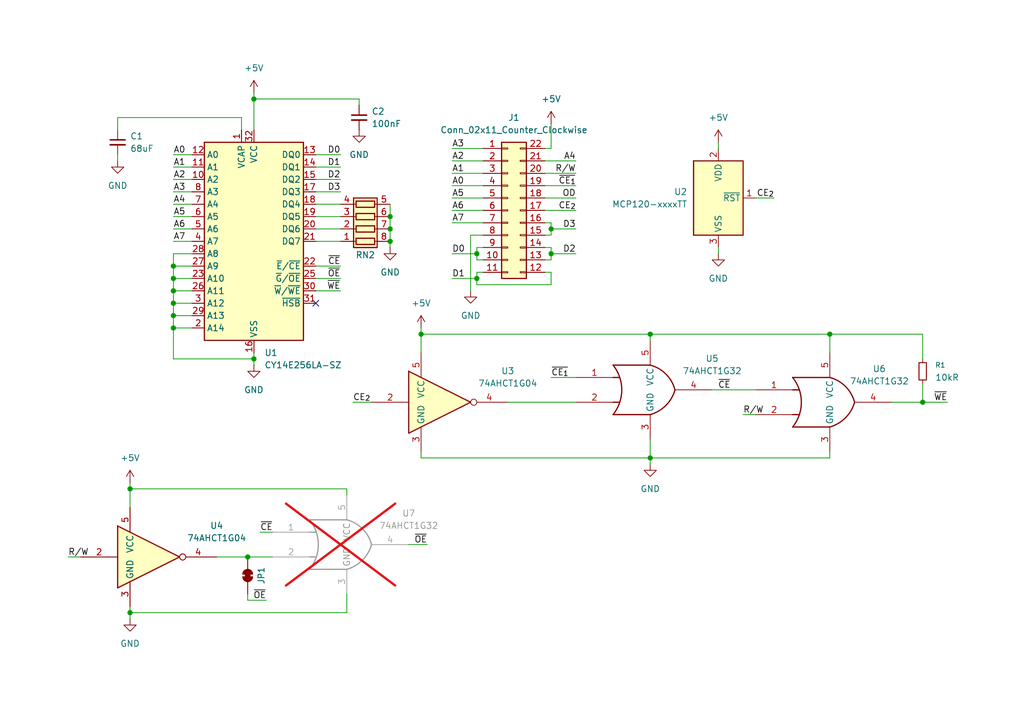
<source format=kicad_sch>
(kicad_sch (version 20250114) (generator "eeschema") (generator_version "9.0")
  (paper "A5")
  (lib_symbols
    (symbol "74xGxx:74AHCT1G04"
      (property "Reference" "U" (at -2.54 3.81 0))
      (property "Value" "74AHCT1G04" (at 0 -3.81 0))
      (symbol "74AHCT1G04_0_1"
        (polyline (pts (xy -7.62 6.35) (xy -7.62 -6.35) (xy 5.08 0) (xy -7.62 6.35)) (stroke (width 0.254)) (fill (type background)))
      )
      (symbol "74AHCT1G04_1_1"
        (pin input line (at -15.24 0 0) (length 7.62) (name "~") (number "2"))
        (pin power_in line (at -5.08 10.16 270) (length 5.08) (name "VCC") (number "5"))
        (pin power_in line (at -5.08 -10.16 90) (length 5.08) (name "GND") (number "3"))
        (pin output inverted (at 12.7 0 180) (length 7.62) (name "~") (number "4"))
      )
    )
    (symbol "74xGxx:74AHCT1G32"
      (property "Reference" "U" (at -2.54 3.81 0))
      (property "Value" "74AHCT1G32" (at 0 -3.81 0))
      (symbol "74AHCT1G32_0_1"
        (arc (start -7.62 5.08) (mid -5.838 0) (end -7.62 -5.08) (stroke (width 0.254)))
        (polyline (pts (xy -7.62 2.54) (xy -6.35 2.54)) (stroke (width 0.254)) (fill (type background)))
        (polyline (pts (xy -7.62 -2.54) (xy -6.35 -2.54)) (stroke (width 0.254)) (fill (type background)))
        (arc (start 5.08 0) (mid 3.202 -3.202) (end 0 -5.08) (stroke (width 0.254)))
        (arc (start 0 5.08) (mid 3.2271 3.2271) (end 5.08 0) (stroke (width 0.254)))
        (polyline (pts (xy 0 5.08) (xy -7.62 5.08)) (stroke (width 0.254)) (fill (type background)))
        (polyline (pts (xy 0 -5.08) (xy -7.62 -5.08)) (stroke (width 0.254)) (fill (type background)))
      )
      (symbol "74AHCT1G32_1_1"
        (pin input line (at -15.24 2.54 0) (length 7.62) (name "~") (number "1"))
        (pin input line (at -15.24 -2.54 0) (length 7.62) (name "~") (number "2"))
        (pin power_in line (at 0 10.16 270) (length 5.08) (name "VCC") (number "5"))
        (pin power_in line (at 0 -10.16 90) (length 5.08) (name "GND") (number "3"))
        (pin output line (at 12.7 0 180) (length 7.62) (name "~") (number "4"))
      )
    )
    (symbol "Connector_Generic:Conn_02x11_Counter_Clockwise" (pin_names (offset 1.016) (hide yes))
      (property "Reference" "J" (at 1.27 15.24 0))
      (property "Value" "Conn_02x11_Counter_Clockwise" (at 1.27 -15.24 0))
      (symbol "Conn_02x11_Counter_Clockwise_1_1"
        (rectangle (start -1.27 13.97) (end 3.81 -13.97) (stroke (width 0.254)) (fill (type background)))
        (rectangle (start -1.27 12.827) (end 0 12.573) (stroke (width 0.1524)))
        (rectangle (start -1.27 10.287) (end 0 10.033) (stroke (width 0.1524)))
        (rectangle (start -1.27 7.747) (end 0 7.493) (stroke (width 0.1524)))
        (rectangle (start -1.27 5.207) (end 0 4.953) (stroke (width 0.1524)))
        (rectangle (start -1.27 2.667) (end 0 2.413) (stroke (width 0.1524)))
        (rectangle (start -1.27 0.127) (end 0 -0.127) (stroke (width 0.1524)))
        (rectangle (start -1.27 -2.413) (end 0 -2.667) (stroke (width 0.1524)))
        (rectangle (start -1.27 -4.953) (end 0 -5.207) (stroke (width 0.1524)))
        (rectangle (start -1.27 -7.493) (end 0 -7.747) (stroke (width 0.1524)))
        (rectangle (start -1.27 -10.033) (end 0 -10.287) (stroke (width 0.1524)))
        (rectangle (start -1.27 -12.573) (end 0 -12.827) (stroke (width 0.1524)))
        (rectangle (start 3.81 12.827) (end 2.54 12.573) (stroke (width 0.1524)))
        (rectangle (start 3.81 10.287) (end 2.54 10.033) (stroke (width 0.1524)))
        (rectangle (start 3.81 7.747) (end 2.54 7.493) (stroke (width 0.1524)))
        (rectangle (start 3.81 5.207) (end 2.54 4.953) (stroke (width 0.1524)))
        (rectangle (start 3.81 2.667) (end 2.54 2.413) (stroke (width 0.1524)))
        (rectangle (start 3.81 0.127) (end 2.54 -0.127) (stroke (width 0.1524)))
        (rectangle (start 3.81 -2.413) (end 2.54 -2.667) (stroke (width 0.1524)))
        (rectangle (start 3.81 -4.953) (end 2.54 -5.207) (stroke (width 0.1524)))
        (rectangle (start 3.81 -7.493) (end 2.54 -7.747) (stroke (width 0.1524)))
        (rectangle (start 3.81 -10.033) (end 2.54 -10.287) (stroke (width 0.1524)))
        (rectangle (start 3.81 -12.573) (end 2.54 -12.827) (stroke (width 0.1524)))
        (pin passive line (at -5.08 12.7 0) (length 3.81) (name "Pin_1") (number "1"))
        (pin passive line (at -5.08 10.16 0) (length 3.81) (name "Pin_2") (number "2"))
        (pin passive line (at -5.08 7.62 0) (length 3.81) (name "Pin_3") (number "3"))
        (pin passive line (at -5.08 5.08 0) (length 3.81) (name "Pin_4") (number "4"))
        (pin passive line (at -5.08 2.54 0) (length 3.81) (name "Pin_5") (number "5"))
        (pin passive line (at -5.08 0 0) (length 3.81) (name "Pin_6") (number "6"))
        (pin passive line (at -5.08 -2.54 0) (length 3.81) (name "Pin_7") (number "7"))
        (pin passive line (at -5.08 -5.08 0) (length 3.81) (name "Pin_8") (number "8"))
        (pin passive line (at -5.08 -7.62 0) (length 3.81) (name "Pin_9") (number "9"))
        (pin passive line (at -5.08 -10.16 0) (length 3.81) (name "Pin_10") (number "10"))
        (pin passive line (at -5.08 -12.7 0) (length 3.81) (name "Pin_11") (number "11"))
        (pin passive line (at 7.62 12.7 180) (length 3.81) (name "Pin_22") (number "22"))
        (pin passive line (at 7.62 10.16 180) (length 3.81) (name "Pin_21") (number "21"))
        (pin passive line (at 7.62 7.62 180) (length 3.81) (name "Pin_20") (number "20"))
        (pin passive line (at 7.62 5.08 180) (length 3.81) (name "Pin_19") (number "19"))
        (pin passive line (at 7.62 2.54 180) (length 3.81) (name "Pin_18") (number "18"))
        (pin passive line (at 7.62 0 180) (length 3.81) (name "Pin_17") (number "17"))
        (pin passive line (at 7.62 -2.54 180) (length 3.81) (name "Pin_16") (number "16"))
        (pin passive line (at 7.62 -5.08 180) (length 3.81) (name "Pin_15") (number "15"))
        (pin passive line (at 7.62 -7.62 180) (length 3.81) (name "Pin_14") (number "14"))
        (pin passive line (at 7.62 -10.16 180) (length 3.81) (name "Pin_13") (number "13"))
        (pin passive line (at 7.62 -12.7 180) (length 3.81) (name "Pin_12") (number "12"))
      )
    )
    (symbol "Device:C_Small" (pin_numbers (hide yes)) (pin_names (offset 0.254) (hide yes))
      (property "Reference" "C" (at 0.254 1.778 0))
      (property "Value" "C_Small" (at 0.254 -2.032 0))
      (symbol "C_Small_0_1"
        (polyline (pts (xy -1.524 0.508) (xy 1.524 0.508)) (stroke (width 0.3048)))
        (polyline (pts (xy -1.524 -0.508) (xy 1.524 -0.508)) (stroke (width 0.3302)))
      )
      (symbol "C_Small_1_1"
        (pin passive line (at 0 2.54 270) (length 2.032) (name "~") (number "1"))
        (pin passive line (at 0 -2.54 90) (length 2.032) (name "~") (number "2"))
      )
    )
    (symbol "Device:R_Small" (pin_numbers (hide yes)) (pin_names (offset 0.254) (hide yes))
      (property "Reference" "R" (at 0 0 90))
      (property "Value" "R_Small" (at 1.778 0 90))
      (symbol "R_Small_0_1"
        (rectangle (start -0.762 1.778) (end 0.762 -1.778) (stroke (width 0.2032)))
      )
      (symbol "R_Small_1_1"
        (pin passive line (at 0 2.54 270) (length 0.762) (name "~") (number "1"))
        (pin passive line (at 0 -2.54 90) (length 0.762) (name "~") (number "2"))
      )
    )
    (symbol "Jumper:SolderJumper_2_Bridged" (pin_numbers (hide yes)) (pin_names (offset 0) (hide yes)) (in_bom no)
      (property "Reference" "JP" (at 0 2.032 0))
      (property "Value" "SolderJumper_2_Bridged" (at 0 -2.54 0))
      (symbol "SolderJumper_2_Bridged_0_1"
        (rectangle (start -0.508 0.508) (end 0.508 -0.508) (fill (type outline)))
        (polyline (pts (xy -0.254 1.016) (xy -0.254 -1.016)))
        (arc (start -0.254 -1.016) (mid -1.2656 0) (end -0.254 1.016))
        (arc (start -0.254 -1.016) (mid -1.2656 0) (end -0.254 1.016) (fill (type outline)))
        (arc (start 0.254 1.016) (mid 1.2656 0) (end 0.254 -1.016))
        (arc (start 0.254 1.016) (mid 1.2656 0) (end 0.254 -1.016) (fill (type outline)))
        (polyline (pts (xy 0.254 1.016) (xy 0.254 -1.016)))
      )
      (symbol "SolderJumper_2_Bridged_1_1"
        (pin passive line (at -3.81 0 0) (length 2.54) (name "A") (number "1"))
        (pin passive line (at 3.81 0 180) (length 2.54) (name "B") (number "2"))
      )
    )
    (symbol "Memory_NVRAM:CY14E256LA-SZ"
      (property "Reference" "U" (at -10.16 20.955 0))
      (property "Value" "CY14E256LA-SZ" (at 2.54 20.955 0))
      (symbol "CY14E256LA-SZ_0_0"
        (pin power_in line (at 0 22.86 270) (length 2.54) (name "VCC") (number "32"))
        (pin power_in line (at 0 -22.86 90) (length 2.54) (name "VSS") (number "16"))
      )
      (symbol "CY14E256LA-SZ_0_1"
        (rectangle (start -10.16 20.32) (end 10.16 -20.32) (stroke (width 0.254)) (fill (type background)))
      )
      (symbol "CY14E256LA-SZ_1_1"
        (pin input line (at -12.7 17.78 0) (length 2.54) (name "A0") (number "12"))
        (pin input line (at -12.7 15.24 0) (length 2.54) (name "A1") (number "11"))
        (pin input line (at -12.7 12.7 0) (length 2.54) (name "A2") (number "10"))
        (pin input line (at -12.7 10.16 0) (length 2.54) (name "A3") (number "8"))
        (pin input line (at -12.7 7.62 0) (length 2.54) (name "A4") (number "7"))
        (pin input line (at -12.7 5.08 0) (length 2.54) (name "A5") (number "6"))
        (pin input line (at -12.7 2.54 0) (length 2.54) (name "A6") (number "5"))
        (pin input line (at -12.7 0 0) (length 2.54) (name "A7") (number "4"))
        (pin input line (at -12.7 -2.54 0) (length 2.54) (name "A8") (number "28"))
        (pin input line (at -12.7 -5.08 0) (length 2.54) (name "A9") (number "27"))
        (pin input line (at -12.7 -7.62 0) (length 2.54) (name "A10") (number "23"))
        (pin input line (at -12.7 -10.16 0) (length 2.54) (name "A11") (number "26"))
        (pin input line (at -12.7 -12.7 0) (length 2.54) (name "A12") (number "3"))
        (pin input line (at -12.7 -15.24 0) (length 2.54) (name "A13") (number "29"))
        (pin input line (at -12.7 -17.78 0) (length 2.54) (name "A14") (number "2"))
        (pin power_in line (at -2.54 22.86 270) (length 2.54) (name "VCAP") (number "1"))
        (pin no_connect line (at 10.16 -15.24 180) (length 2.54) (hide yes) (name "NC") (number "9"))
        (pin no_connect line (at 10.16 -17.78 180) (length 2.54) (hide yes) (name "NC") (number "24"))
        (pin tri_state line (at 12.7 17.78 180) (length 2.54) (name "DQ0") (number "13"))
        (pin tri_state line (at 12.7 15.24 180) (length 2.54) (name "DQ1") (number "14"))
        (pin tri_state line (at 12.7 12.7 180) (length 2.54) (name "DQ2") (number "15"))
        (pin tri_state line (at 12.7 10.16 180) (length 2.54) (name "DQ3") (number "17"))
        (pin tri_state line (at 12.7 7.62 180) (length 2.54) (name "DQ4") (number "18"))
        (pin tri_state line (at 12.7 5.08 180) (length 2.54) (name "DQ5") (number "19"))
        (pin tri_state line (at 12.7 2.54 180) (length 2.54) (name "DQ6") (number "20"))
        (pin tri_state line (at 12.7 0 180) (length 2.54) (name "DQ7") (number "21"))
        (pin input line (at 12.7 -5.08 180) (length 2.54) (name "~{E}/~{CE}") (number "22"))
        (pin input line (at 12.7 -7.62 180) (length 2.54) (name "~{G}/~{OE}") (number "25"))
        (pin input line (at 12.7 -10.16 180) (length 2.54) (name "~{W}/~{WE}") (number "30"))
        (pin bidirectional line (at 12.7 -12.7 180) (length 2.54) (name "~{HSB}") (number "31"))
      )
    )
    (symbol "PCM_Resistor_AKL:R_4x0603_Convex" (pin_names (offset 0.002) (hide yes))
      (property "Reference" "RN" (at 5.08 1.27 0))
      (property "Value" "R_4x0603_Convex" (at 5.08 -1.27 0))
      (symbol "R_4x0603_Convex_0_1"
        (rectangle (start -6.35 -2.413) (end 3.81 2.413) (stroke (width 0.254)) (fill (type background)))
        (rectangle (start -5.715 1.905) (end -4.445 -1.905) (stroke (width 0.254)))
        (polyline (pts (xy -5.08 1.905) (xy -5.08 2.54)))
        (polyline (pts (xy -5.08 -2.54) (xy -5.08 -1.905)))
        (rectangle (start -3.175 1.905) (end -1.905 -1.905) (stroke (width 0.254)))
        (polyline (pts (xy -2.54 1.905) (xy -2.54 2.54)))
        (polyline (pts (xy -2.54 -2.54) (xy -2.54 -1.905)))
        (rectangle (start -0.635 1.905) (end 0.635 -1.905) (stroke (width 0.254)))
        (polyline (pts (xy 0 1.905) (xy 0 2.54)))
        (polyline (pts (xy 0 -2.54) (xy 0 -1.905)))
        (rectangle (start 1.905 1.905) (end 3.175 -1.905) (stroke (width 0.254)))
        (polyline (pts (xy 2.54 1.905) (xy 2.54 2.54)))
        (polyline (pts (xy 2.54 -2.54) (xy 2.54 -1.905)))
      )
      (symbol "R_4x0603_Convex_1_1"
        (pin passive line (at -5.08 5.08 270) (length 2.54) (name "R1.2") (number "8"))
        (pin passive line (at -5.08 -5.08 90) (length 2.54) (name "R1.1") (number "1"))
        (pin passive line (at -2.54 5.08 270) (length 2.54) (name "R2.2") (number "7"))
        (pin passive line (at -2.54 -5.08 90) (length 2.54) (name "R2.1") (number "2"))
        (pin passive line (at 0 5.08 270) (length 2.54) (name "R3.2") (number "6"))
        (pin passive line (at 0 -5.08 90) (length 2.54) (name "R3.1") (number "3"))
        (pin passive line (at 2.54 5.08 270) (length 2.54) (name "R4.2") (number "5"))
        (pin passive line (at 2.54 -5.08 90) (length 2.54) (name "R4.1") (number "4"))
      )
    )
    (symbol "Power_Supervisor:MCP120-xxxxTT"
      (property "Reference" "U" (at -5.08 8.89 0))
      (property "Value" "MCP120-xxxxTT" (at 8.89 8.89 0))
      (symbol "MCP120-xxxxTT_0_1"
        (rectangle (start 5.08 7.62) (end -5.08 -7.62) (stroke (width 0.254)) (fill (type background)))
      )
      (symbol "MCP120-xxxxTT_1_1"
        (pin power_in line (at 0 10.16 270) (length 2.54) (name "VDD") (number "2"))
        (pin power_in line (at 0 -10.16 90) (length 2.54) (name "VSS") (number "3"))
        (pin open_collector line (at 7.62 0 180) (length 2.54) (name "~{RST}") (number "1"))
      )
    )
    (symbol "power:+5V" (power) (pin_numbers (hide yes)) (pin_names (offset 0) (hide yes))
      (property "Value" "+5V" (at 0 3.556 0))
      (symbol "+5V_0_1"
        (polyline (pts (xy -0.762 1.27) (xy 0 2.54)))
        (polyline (pts (xy 0 2.54) (xy 0.762 1.27)))
        (polyline (pts (xy 0 0) (xy 0 2.54)))
      )
      (symbol "+5V_1_1"
        (pin power_in line (at 0 0 90) (length 0) (name "~") (number "1"))
      )
    )
    (symbol "power:GND" (power) (pin_numbers (hide yes)) (pin_names (offset 0) (hide yes))
      (property "Value" "GND" (at 0 -3.81 0))
      (symbol "GND_0_1"
        (polyline (pts (xy 0 0) (xy 0 -1.27) (xy 1.27 -1.27) (xy 0 -2.54) (xy -1.27 -1.27) (xy 0 -1.27)))
      )
      (symbol "GND_1_1"
        (pin power_in line (at 0 0 270) (length 0) (name "~") (number "1"))
      )
    )
  )
  (junction (at 97.79 52.07))
  (junction (at 97.79 57.15))
  (junction (at 50.8 114.3))
  (junction (at 26.67 125.73))
  (junction (at 113.03 52.07))
  (junction (at 80.01 44.45))
  (junction (at 35.56 54.61))
  (junction (at 133.35 68.58))
  (junction (at 35.56 67.31))
  (junction (at 170.18 68.58))
  (junction (at 52.07 73.66))
  (junction (at 133.35 93.98))
  (junction (at 113.03 46.99))
  (junction (at 35.56 62.23))
  (junction (at 35.56 59.69))
  (junction (at 86.36 68.58))
  (junction (at 189.23 82.55))
  (junction (at 35.56 57.15))
  (junction (at 35.56 64.77))
  (junction (at 26.67 100.33))
  (junction (at 80.01 46.99))
  (junction (at 80.01 49.53))
  (junction (at 52.07 20.32))
  (no_connect (at 64.77 62.23))
  (wire (pts (xy 147.32 52.07) (xy 147.32 50.8)))
  (wire (pts (xy 92.71 38.1) (xy 99.06 38.1)))
  (wire (pts (xy 99.06 50.8) (xy 97.79 50.8)))
  (wire (pts (xy 113.03 58.42) (xy 113.03 55.88)))
  (wire (pts (xy 113.03 53.34) (xy 111.76 53.34)))
  (wire (pts (xy 92.71 30.48) (xy 99.06 30.48)))
  (wire (pts (xy 113.03 50.8) (xy 113.03 52.07)))
  (wire (pts (xy 133.35 68.58) (xy 170.18 68.58)))
  (wire (pts (xy 35.56 34.29) (xy 39.37 34.29)))
  (wire (pts (xy 64.77 57.15) (xy 69.85 57.15)))
  (wire (pts (xy 111.76 35.56) (xy 118.11 35.56)))
  (wire (pts (xy 154.94 40.64) (xy 158.75 40.64)))
  (wire (pts (xy 50.8 123.19) (xy 54.61 123.19)))
  (wire (pts (xy 35.56 67.31) (xy 35.56 73.66)))
  (wire (pts (xy 26.67 100.33) (xy 26.67 104.14)))
  (wire (pts (xy 80.01 46.99) (xy 80.01 49.53)))
  (wire (pts (xy 35.56 64.77) (xy 35.56 67.31)))
  (wire (pts (xy 189.23 78.74) (xy 189.23 82.55)))
  (wire (pts (xy 71.12 125.73) (xy 71.12 121.92)))
  (wire (pts (xy 35.56 46.99) (xy 39.37 46.99)))
  (wire (pts (xy 64.77 34.29) (xy 69.85 34.29)))
  (wire (pts (xy 86.36 92.71) (xy 86.36 93.98)))
  (wire (pts (xy 83.82 111.76) (xy 87.63 111.76)))
  (wire (pts (xy 35.56 49.53) (xy 39.37 49.53)))
  (wire (pts (xy 133.35 93.98) (xy 86.36 93.98)))
  (wire (pts (xy 52.07 20.32) (xy 52.07 26.67)))
  (wire (pts (xy 69.85 46.99) (xy 64.77 46.99)))
  (wire (pts (xy 111.76 43.18) (xy 118.11 43.18)))
  (wire (pts (xy 86.36 68.58) (xy 86.36 72.39)))
  (wire (pts (xy 111.76 30.48) (xy 113.03 30.48)))
  (wire (pts (xy 72.39 82.55) (xy 76.2 82.55)))
  (wire (pts (xy 13.97 114.3) (xy 16.51 114.3)))
  (wire (pts (xy 92.71 45.72) (xy 99.06 45.72)))
  (wire (pts (xy 97.79 52.07) (xy 97.79 53.34)))
  (wire (pts (xy 182.88 82.55) (xy 189.23 82.55)))
  (wire (pts (xy 53.34 109.22) (xy 55.88 109.22)))
  (wire (pts (xy 44.45 114.3) (xy 50.8 114.3)))
  (wire (pts (xy 170.18 93.98) (xy 170.18 92.71)))
  (wire (pts (xy 64.77 54.61) (xy 69.85 54.61)))
  (wire (pts (xy 35.56 52.07) (xy 35.56 54.61)))
  (wire (pts (xy 113.03 45.72) (xy 111.76 45.72)))
  (wire (pts (xy 96.52 48.26) (xy 96.52 59.69)))
  (wire (pts (xy 133.35 93.98) (xy 133.35 95.25)))
  (wire (pts (xy 189.23 68.58) (xy 189.23 73.66)))
  (wire (pts (xy 113.03 45.72) (xy 113.03 46.99)))
  (wire (pts (xy 26.67 125.73) (xy 71.12 125.73)))
  (wire (pts (xy 97.79 53.34) (xy 99.06 53.34)))
  (wire (pts (xy 52.07 74.93) (xy 52.07 73.66)))
  (wire (pts (xy 99.06 48.26) (xy 96.52 48.26)))
  (wire (pts (xy 97.79 50.8) (xy 97.79 52.07)))
  (wire (pts (xy 80.01 41.91) (xy 80.01 44.45)))
  (wire (pts (xy 118.11 46.99) (xy 113.03 46.99)))
  (wire (pts (xy 133.35 68.58) (xy 133.35 69.85)))
  (wire (pts (xy 26.67 127) (xy 26.67 125.73)))
  (wire (pts (xy 64.77 59.69) (xy 69.85 59.69)))
  (wire (pts (xy 152.4 85.09) (xy 154.94 85.09)))
  (wire (pts (xy 35.56 41.91) (xy 39.37 41.91)))
  (wire (pts (xy 35.56 54.61) (xy 35.56 57.15)))
  (wire (pts (xy 170.18 68.58) (xy 189.23 68.58)))
  (wire (pts (xy 86.36 67.31) (xy 86.36 68.58)))
  (wire (pts (xy 69.85 44.45) (xy 64.77 44.45)))
  (wire (pts (xy 35.56 64.77) (xy 39.37 64.77)))
  (wire (pts (xy 52.07 20.32) (xy 73.66 20.32)))
  (wire (pts (xy 52.07 19.05) (xy 52.07 20.32)))
  (wire (pts (xy 92.71 52.07) (xy 97.79 52.07)))
  (wire (pts (xy 49.53 24.13) (xy 24.13 24.13)))
  (wire (pts (xy 92.71 57.15) (xy 97.79 57.15)))
  (wire (pts (xy 69.85 41.91) (xy 64.77 41.91)))
  (wire (pts (xy 133.35 90.17) (xy 133.35 93.98)))
  (wire (pts (xy 92.71 33.02) (xy 99.06 33.02)))
  (wire (pts (xy 92.71 43.18) (xy 99.06 43.18)))
  (wire (pts (xy 113.03 48.26) (xy 111.76 48.26)))
  (wire (pts (xy 113.03 30.48) (xy 113.03 25.4)))
  (wire (pts (xy 35.56 31.75) (xy 39.37 31.75)))
  (wire (pts (xy 52.07 73.66) (xy 52.07 72.39)))
  (wire (pts (xy 24.13 24.13) (xy 24.13 26.67)))
  (wire (pts (xy 64.77 31.75) (xy 69.85 31.75)))
  (wire (pts (xy 35.56 73.66) (xy 52.07 73.66)))
  (wire (pts (xy 49.53 26.67) (xy 49.53 24.13)))
  (wire (pts (xy 73.66 20.32) (xy 73.66 21.59)))
  (wire (pts (xy 26.67 99.06) (xy 26.67 100.33)))
  (wire (pts (xy 35.56 57.15) (xy 39.37 57.15)))
  (wire (pts (xy 113.03 46.99) (xy 113.03 48.26)))
  (wire (pts (xy 113.03 77.47) (xy 118.11 77.47)))
  (wire (pts (xy 71.12 100.33) (xy 71.12 101.6)))
  (wire (pts (xy 39.37 52.07) (xy 35.56 52.07)))
  (wire (pts (xy 92.71 35.56) (xy 99.06 35.56)))
  (wire (pts (xy 189.23 82.55) (xy 194.31 82.55)))
  (wire (pts (xy 35.56 44.45) (xy 39.37 44.45)))
  (wire (pts (xy 35.56 59.69) (xy 39.37 59.69)))
  (wire (pts (xy 35.56 54.61) (xy 39.37 54.61)))
  (wire (pts (xy 170.18 68.58) (xy 170.18 72.39)))
  (wire (pts (xy 26.67 100.33) (xy 71.12 100.33)))
  (wire (pts (xy 111.76 50.8) (xy 113.03 50.8)))
  (wire (pts (xy 146.05 80.01) (xy 154.94 80.01)))
  (wire (pts (xy 35.56 62.23) (xy 35.56 64.77)))
  (wire (pts (xy 111.76 33.02) (xy 118.11 33.02)))
  (wire (pts (xy 35.56 62.23) (xy 39.37 62.23)))
  (wire (pts (xy 97.79 58.42) (xy 113.03 58.42)))
  (wire (pts (xy 50.8 121.92) (xy 50.8 123.19)))
  (wire (pts (xy 113.03 52.07) (xy 113.03 53.34)))
  (wire (pts (xy 35.56 39.37) (xy 39.37 39.37)))
  (wire (pts (xy 99.06 55.88) (xy 97.79 55.88)))
  (wire (pts (xy 86.36 68.58) (xy 133.35 68.58)))
  (wire (pts (xy 97.79 55.88) (xy 97.79 57.15)))
  (wire (pts (xy 97.79 57.15) (xy 97.79 58.42)))
  (wire (pts (xy 24.13 31.75) (xy 24.13 33.02)))
  (wire (pts (xy 111.76 40.64) (xy 118.11 40.64)))
  (wire (pts (xy 92.71 40.64) (xy 99.06 40.64)))
  (wire (pts (xy 35.56 36.83) (xy 39.37 36.83)))
  (wire (pts (xy 80.01 49.53) (xy 80.01 50.8)))
  (wire (pts (xy 113.03 55.88) (xy 111.76 55.88)))
  (wire (pts (xy 69.85 49.53) (xy 64.77 49.53)))
  (wire (pts (xy 147.32 29.21) (xy 147.32 30.48)))
  (wire (pts (xy 35.56 57.15) (xy 35.56 59.69)))
  (wire (pts (xy 64.77 36.83) (xy 69.85 36.83)))
  (wire (pts (xy 104.14 82.55) (xy 118.11 82.55)))
  (wire (pts (xy 26.67 125.73) (xy 26.67 124.46)))
  (wire (pts (xy 35.56 59.69) (xy 35.56 62.23)))
  (wire (pts (xy 133.35 93.98) (xy 170.18 93.98)))
  (wire (pts (xy 64.77 39.37) (xy 69.85 39.37)))
  (wire (pts (xy 35.56 67.31) (xy 39.37 67.31)))
  (wire (pts (xy 80.01 44.45) (xy 80.01 46.99)))
  (wire (pts (xy 111.76 38.1) (xy 118.11 38.1)))
  (wire (pts (xy 118.11 52.07) (xy 113.03 52.07)))
  (wire (pts (xy 50.8 114.3) (xy 55.88 114.3)))
  (label "~{OE}" (at 87.63 111.76 180))
  (label "D3" (at 69.85 39.37 180))
  (label "D3" (at 118.11 46.99 180))
  (label "A7" (at 35.56 49.53 0))
  (label "A4" (at 118.11 33.02 180))
  (label "A2" (at 35.56 36.83 0))
  (label "D2" (at 69.85 36.83 180))
  (label "A6" (at 35.56 46.99 0))
  (label "A3" (at 35.56 39.37 0))
  (label "R/W" (at 13.97 114.3 0))
  (label "D0" (at 69.85 31.75 180))
  (label "CE_{2}" (at 72.39 82.55 0))
  (label "A0" (at 92.71 38.1 0))
  (label "R/W" (at 152.4 85.09 0))
  (label "A7" (at 92.71 45.72 0))
  (label "CE_{2}" (at 118.11 43.18 180))
  (label "~{CE_{1}}" (at 113.03 77.47 0))
  (label "~{CE}" (at 69.85 54.61 180))
  (label "~{CE}" (at 53.34 109.22 0))
  (label "A5" (at 35.56 44.45 0))
  (label "D1" (at 92.71 57.15 0))
  (label "OD" (at 118.11 40.64 180))
  (label "A4" (at 35.56 41.91 0))
  (label "R/W" (at 118.11 35.56 180))
  (label "~{WE}" (at 194.31 82.55 180))
  (label "~{WE}" (at 69.85 59.69 180))
  (label "A5" (at 92.71 40.64 0))
  (label "~{OE}" (at 69.85 57.15 180))
  (label "A6" (at 92.71 43.18 0))
  (label "A3" (at 92.71 30.48 0))
  (label "~{CE}" (at 149.86 80.01 180))
  (label "A2" (at 92.71 33.02 0))
  (label "D2" (at 118.11 52.07 180))
  (label "A0" (at 35.56 31.75 0))
  (label "~{OE}" (at 54.61 123.19 180))
  (label "~{CE_{1}}" (at 118.11 38.1 180))
  (label "D1" (at 69.85 34.29 180))
  (label "CE_{2}" (at 158.75 40.64 180))
  (label "A1" (at 92.71 35.56 0))
  (label "A1" (at 35.56 34.29 0))
  (label "D0" (at 92.71 52.07 0))
  (symbol (lib_id "power:+5V") (at 26.67 99.06 0) (unit 1)
    (property "Reference" "#PWR09" (effects (hide yes)))
    (property "Value" "+5V" (at 26.67 93.98 0))
    (property "Description" "Power symbol creates a global label with name \"+5V\"" (effects (hide yes)))
  )
  (symbol (lib_id "power:GND") (at 133.35 95.25 0) (unit 1)
    (property "Reference" "#PWR07" (effects (hide yes)))
    (property "Value" "GND" (at 133.35 100.33 0))
    (property "Description" "Power symbol creates a global label with name \"GND\" , ground" (effects (hide yes)))
  )
  (symbol (lib_id "power:GND") (at 147.32 52.07 0) (unit 1)
    (property "Reference" "#PWR05" (effects (hide yes)))
    (property "Value" "GND" (at 147.32 57.15 0))
    (property "Description" "Power symbol creates a global label with name \"GND\" , ground" (effects (hide yes)))
  )
  (symbol (lib_id "Power_Supervisor:MCP120-xxxxTT") (at 147.32 40.64 0) (unit 1)
    (property "Reference" "U2" (at 140.97 39.3699 0) (effects (justify right)))
    (property "Value" "MCP120-xxxxTT" (at 140.97 41.9099 0) (effects (justify right)))
    (property "Footprint" "Package_TO_SOT_SMD:SOT-23" (effects (hide yes)))
    (property "Datasheet" "http://ww1.microchip.com/downloads/en/DeviceDoc/11184d.pdf" (effects (hide yes)))
    (property "Description" "Microcontroller supervisory circuit, SOT-23" (effects (hide yes)))
  )
  (symbol (lib_id "power:GND") (at 73.66 26.67 0) (unit 1)
    (property "Reference" "#PWR04" (effects (hide yes)))
    (property "Value" "GND" (at 73.66 31.75 0))
    (property "Description" "Power symbol creates a global label with name \"GND\" , ground" (effects (hide yes)))
  )
  (symbol (lib_id "74xGxx:74AHCT1G32") (at 170.18 82.55 0) (unit 1)
    (property "Reference" "U6" (at 180.34 75.692 0))
    (property "Value" "74AHCT1G32" (at 180.34 78.232 0))
    (property "Footprint" "Package_TO_SOT_SMD:SOT-23-5" (effects (hide yes)))
    (property "Datasheet" "http://www.ti.com/lit/sg/scyt129e/scyt129e.pdf" (effects (hide yes)))
    (property "Description" "Single OR Gate, Low-Voltage CMOS" (effects (hide yes)))
  )
  (symbol (lib_id "Jumper:SolderJumper_2_Bridged") (at 50.8 118.11 270) (unit 1) (in_bom no)
    (property "Reference" "JP1" (at 53.594 118.11 0))
    (property "Value" "OE_JMP" (effects (hide yes)))
    (property "Footprint" "Jumper:SolderJumper-2_P1.3mm_Bridged_RoundedPad1.0x1.5mm" (effects (hide yes)))
    (property "Description" "Solder Jumper, 2-pole, closed/bridged" (effects (hide yes)))
  )
  (symbol (lib_id "power:+5V") (at 113.03 25.4 0) (unit 1)
    (property "Reference" "#PWR013" (effects (hide yes)))
    (property "Value" "+5V" (at 113.03 20.32 0))
    (property "Description" "Power symbol creates a global label with name \"+5V\"" (effects (hide yes)))
  )
  (symbol (lib_id "power:+5V") (at 86.36 67.31 0) (unit 1)
    (property "Reference" "#PWR08" (effects (hide yes)))
    (property "Value" "+5V" (at 86.36 62.23 0))
    (property "Description" "Power symbol creates a global label with name \"+5V\"" (effects (hide yes)))
  )
  (symbol (lib_id "power:GND") (at 96.52 59.69 0) (unit 1)
    (property "Reference" "#PWR012" (effects (hide yes)))
    (property "Value" "GND" (at 96.52 64.77 0))
    (property "Description" "Power symbol creates a global label with name \"GND\" , ground" (effects (hide yes)))
  )
  (symbol (lib_id "Device:R_Small") (at 189.23 76.2 0) (unit 1)
    (property "Reference" "R1" (at 191.77 74.9299 0) (effects (font (size 1.016 1.016)) (justify left)))
    (property "Value" "10kR" (at 191.77 77.4699 0) (effects (justify left)))
    (property "Footprint" "Resistor_SMD:R_0402_1005Metric" (effects (hide yes)))
    (property "Description" "Resistor, small symbol" (effects (hide yes)))
  )
  (symbol (lib_id "power:GND") (at 80.01 50.8 0) (unit 1)
    (property "Reference" "#PWR06" (effects (hide yes)))
    (property "Value" "GND" (at 80.01 55.88 0))
    (property "Description" "Power symbol creates a global label with name \"GND\" , ground" (effects (hide yes)))
  )
  (symbol (lib_id "74xGxx:74AHCT1G32") (at 133.35 80.01 0) (unit 1)
    (property "Reference" "U5" (at 146.05 73.5898 0))
    (property "Value" "74AHCT1G32" (at 146.05 76.1298 0))
    (property "Footprint" "Package_TO_SOT_SMD:SOT-23-5" (effects (hide yes)))
    (property "Datasheet" "http://www.ti.com/lit/sg/scyt129e/scyt129e.pdf" (effects (hide yes)))
    (property "Description" "Single OR Gate, Low-Voltage CMOS" (effects (hide yes)))
  )
  (symbol (lib_id "Memory_NVRAM:CY14E256LA-SZ") (at 52.07 49.53 0) (unit 1)
    (property "Reference" "U1" (at 54.2133 72.39 0) (effects (justify left)))
    (property "Value" "CY14E256LA-SZ" (at 54.2133 74.93 0) (effects (justify left)))
    (property "Footprint" "Package_SO:SOIC-32_7.518x20.777mm_P1.27mm" (effects (hide yes)))
    (property "Datasheet" "https://www.infineon.com/dgdl/Infineon-CY14E256LA_256-Kbit_(32_K_8)_nvSRAM-DataSheet-v12_00-EN.pdf?fileId=8ac78c8c7d0d8da4017d0ebf920b33f5" (effects (hide yes)))
    (property "Description" "256-Kbit (32K x 8-bit) nvSRAM, single 5V +/-10% operation, 25/45ns, SOIC-32" (effects (hide yes)))
  )
  (symbol (lib_id "power:GND") (at 52.07 74.93 0) (unit 1)
    (property "Reference" "#PWR01" (effects (hide yes)))
    (property "Value" "GND" (at 52.07 80.01 0))
    (property "Description" "Power symbol creates a global label with name \"GND\" , ground" (effects (hide yes)))
  )
  (symbol (lib_id "PCM_Resistor_AKL:R_4x0603_Convex") (at 74.93 44.45 270) (mirror x) (unit 1)
    (property "Reference" "RN2" (at 74.93 52.324 90))
    (property "Value" "R_4x0603_Convex" (effects (hide yes)))
    (property "Footprint" "PCM_Resistor_SMD_AKL:R_Array_Convex_4x0603" (effects (hide yes)))
    (property "Description" "4x0603 SMD Resistor Network, Isolated, European Symbol, Alternate KiCad Library" (effects (hide yes)))
  )
  (symbol (lib_id "Connector_Generic:Conn_02x11_Counter_Clockwise") (at 104.14 43.18 0) (unit 1)
    (property "Reference" "J1" (at 105.41 24.13 0))
    (property "Value" "Conn_02x11_Counter_Clockwise" (at 105.41 26.67 0))
    (property "Footprint" "Package_DIP:DIP-22_W7.62mm_Socket" (effects (hide yes)))
    (property "Description" "Generic connector, double row, 02x11, counter clockwise pin numbering scheme (similar to DIP package numbering), script generated (kicad-library-utils/schlib/autogen/connector/)" (effects (hide yes)))
  )
  (symbol (lib_id "power:GND") (at 24.13 33.02 0) (unit 1)
    (property "Reference" "#PWR02" (effects (hide yes)))
    (property "Value" "GND" (at 24.13 38.1 0))
    (property "Description" "Power symbol creates a global label with name \"GND\" , ground" (effects (hide yes)))
  )
  (symbol (lib_id "74xGxx:74AHCT1G04") (at 91.44 82.55 0) (unit 1)
    (property "Reference" "U3" (at 104.14 76.1298 0))
    (property "Value" "74AHCT1G04" (at 104.14 78.6698 0))
    (property "Footprint" "Package_TO_SOT_SMD:SOT-23-5" (effects (hide yes)))
    (property "Datasheet" "http://www.ti.com/lit/sg/scyt129e/scyt129e.pdf" (effects (hide yes)))
    (property "Description" "Single NOT Gate, Low-Voltage CMOS" (effects (hide yes)))
  )
  (symbol (lib_id "Device:C_Small") (at 24.13 29.21 0) (unit 1)
    (property "Reference" "C1" (at 26.67 27.9462 0) (effects (justify left)))
    (property "Value" "68uF" (at 26.67 30.4862 0) (effects (justify left)))
    (property "Footprint" "Capacitor_SMD:C_1206_3216Metric" (effects (hide yes)))
    (property "Description" "Unpolarized capacitor, small symbol" (effects (hide yes)))
  )
  (symbol (lib_id "power:+5V") (at 147.32 29.21 0) (unit 1)
    (property "Reference" "#PWR011" (effects (hide yes)))
    (property "Value" "+5V" (at 147.32 24.13 0))
    (property "Description" "Power symbol creates a global label with name \"+5V\"" (effects (hide yes)))
  )
  (symbol (lib_id "74xGxx:74AHCT1G32") (at 71.12 111.76 0) (unit 1) (dnp yes)
    (property "Reference" "U7" (at 83.82 105.3398 0))
    (property "Value" "74AHCT1G32" (at 83.82 107.8798 0))
    (property "Footprint" "Package_TO_SOT_SMD:SOT-23-5" (effects (hide yes)))
    (property "Datasheet" "http://www.ti.com/lit/sg/scyt129e/scyt129e.pdf" (effects (hide yes)))
    (property "Description" "Single OR Gate, Low-Voltage CMOS" (effects (hide yes)))
  )
  (symbol (lib_id "power:GND") (at 26.67 127 0) (unit 1)
    (property "Reference" "#PWR010" (effects (hide yes)))
    (property "Value" "GND" (at 26.67 132.08 0))
    (property "Description" "Power symbol creates a global label with name \"GND\" , ground" (effects (hide yes)))
  )
  (symbol (lib_id "74xGxx:74AHCT1G04") (at 31.75 114.3 0) (unit 1)
    (property "Reference" "U4" (at 44.45 107.8798 0))
    (property "Value" "74AHCT1G04" (at 44.45 110.4198 0))
    (property "Footprint" "Package_TO_SOT_SMD:SOT-23-5" (effects (hide yes)))
    (property "Datasheet" "http://www.ti.com/lit/sg/scyt129e/scyt129e.pdf" (effects (hide yes)))
    (property "Description" "Single NOT Gate, Low-Voltage CMOS" (effects (hide yes)))
  )
  (symbol (lib_id "Device:C_Small") (at 73.66 24.13 0) (unit 1)
    (property "Reference" "C2" (at 76.2 22.8662 0) (effects (justify left)))
    (property "Value" "100nF" (at 76.2 25.4062 0) (effects (justify left)))
    (property "Footprint" "Capacitor_SMD:C_0402_1005Metric" (effects (hide yes)))
    (property "Description" "Unpolarized capacitor, small symbol" (effects (hide yes)))
  )
  (symbol (lib_id "power:+5V") (at 52.07 19.05 0) (unit 1)
    (property "Reference" "#PWR03" (effects (hide yes)))
    (property "Value" "+5V" (at 52.07 13.97 0))
    (property "Description" "Power symbol creates a global label with name \"+5V\"" (effects (hide yes)))
  )
)
</source>
